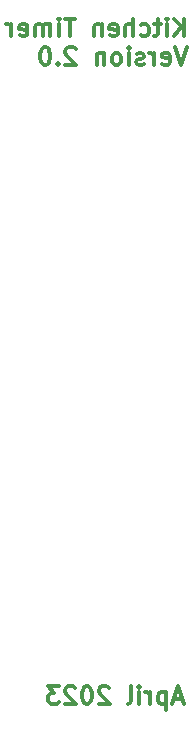
<source format=gbr>
%TF.GenerationSoftware,KiCad,Pcbnew,7.0.1*%
%TF.CreationDate,2023-04-05T01:24:12-06:00*%
%TF.ProjectId,ATMEGA_Kitchen_Timer,41544d45-4741-45f4-9b69-746368656e5f,rev?*%
%TF.SameCoordinates,Original*%
%TF.FileFunction,Legend,Bot*%
%TF.FilePolarity,Positive*%
%FSLAX46Y46*%
G04 Gerber Fmt 4.6, Leading zero omitted, Abs format (unit mm)*
G04 Created by KiCad (PCBNEW 7.0.1) date 2023-04-05 01:24:12*
%MOMM*%
%LPD*%
G01*
G04 APERTURE LIST*
%ADD10C,0.300000*%
G04 APERTURE END LIST*
D10*
X164488857Y-52250428D02*
X164488857Y-50750428D01*
X163631714Y-52250428D02*
X164274571Y-51393285D01*
X163631714Y-50750428D02*
X164488857Y-51607571D01*
X162988857Y-52250428D02*
X162988857Y-51250428D01*
X162988857Y-50750428D02*
X163060285Y-50821857D01*
X163060285Y-50821857D02*
X162988857Y-50893285D01*
X162988857Y-50893285D02*
X162917428Y-50821857D01*
X162917428Y-50821857D02*
X162988857Y-50750428D01*
X162988857Y-50750428D02*
X162988857Y-50893285D01*
X162488856Y-51250428D02*
X161917428Y-51250428D01*
X162274571Y-50750428D02*
X162274571Y-52036142D01*
X162274571Y-52036142D02*
X162203142Y-52179000D01*
X162203142Y-52179000D02*
X162060285Y-52250428D01*
X162060285Y-52250428D02*
X161917428Y-52250428D01*
X160774571Y-52179000D02*
X160917428Y-52250428D01*
X160917428Y-52250428D02*
X161203142Y-52250428D01*
X161203142Y-52250428D02*
X161345999Y-52179000D01*
X161345999Y-52179000D02*
X161417428Y-52107571D01*
X161417428Y-52107571D02*
X161488856Y-51964714D01*
X161488856Y-51964714D02*
X161488856Y-51536142D01*
X161488856Y-51536142D02*
X161417428Y-51393285D01*
X161417428Y-51393285D02*
X161345999Y-51321857D01*
X161345999Y-51321857D02*
X161203142Y-51250428D01*
X161203142Y-51250428D02*
X160917428Y-51250428D01*
X160917428Y-51250428D02*
X160774571Y-51321857D01*
X160131714Y-52250428D02*
X160131714Y-50750428D01*
X159488857Y-52250428D02*
X159488857Y-51464714D01*
X159488857Y-51464714D02*
X159560285Y-51321857D01*
X159560285Y-51321857D02*
X159703142Y-51250428D01*
X159703142Y-51250428D02*
X159917428Y-51250428D01*
X159917428Y-51250428D02*
X160060285Y-51321857D01*
X160060285Y-51321857D02*
X160131714Y-51393285D01*
X158203142Y-52179000D02*
X158345999Y-52250428D01*
X158345999Y-52250428D02*
X158631714Y-52250428D01*
X158631714Y-52250428D02*
X158774571Y-52179000D01*
X158774571Y-52179000D02*
X158845999Y-52036142D01*
X158845999Y-52036142D02*
X158845999Y-51464714D01*
X158845999Y-51464714D02*
X158774571Y-51321857D01*
X158774571Y-51321857D02*
X158631714Y-51250428D01*
X158631714Y-51250428D02*
X158345999Y-51250428D01*
X158345999Y-51250428D02*
X158203142Y-51321857D01*
X158203142Y-51321857D02*
X158131714Y-51464714D01*
X158131714Y-51464714D02*
X158131714Y-51607571D01*
X158131714Y-51607571D02*
X158845999Y-51750428D01*
X157488857Y-51250428D02*
X157488857Y-52250428D01*
X157488857Y-51393285D02*
X157417428Y-51321857D01*
X157417428Y-51321857D02*
X157274571Y-51250428D01*
X157274571Y-51250428D02*
X157060285Y-51250428D01*
X157060285Y-51250428D02*
X156917428Y-51321857D01*
X156917428Y-51321857D02*
X156846000Y-51464714D01*
X156846000Y-51464714D02*
X156846000Y-52250428D01*
X155203142Y-50750428D02*
X154346000Y-50750428D01*
X154774571Y-52250428D02*
X154774571Y-50750428D01*
X153846000Y-52250428D02*
X153846000Y-51250428D01*
X153846000Y-50750428D02*
X153917428Y-50821857D01*
X153917428Y-50821857D02*
X153846000Y-50893285D01*
X153846000Y-50893285D02*
X153774571Y-50821857D01*
X153774571Y-50821857D02*
X153846000Y-50750428D01*
X153846000Y-50750428D02*
X153846000Y-50893285D01*
X153131714Y-52250428D02*
X153131714Y-51250428D01*
X153131714Y-51393285D02*
X153060285Y-51321857D01*
X153060285Y-51321857D02*
X152917428Y-51250428D01*
X152917428Y-51250428D02*
X152703142Y-51250428D01*
X152703142Y-51250428D02*
X152560285Y-51321857D01*
X152560285Y-51321857D02*
X152488857Y-51464714D01*
X152488857Y-51464714D02*
X152488857Y-52250428D01*
X152488857Y-51464714D02*
X152417428Y-51321857D01*
X152417428Y-51321857D02*
X152274571Y-51250428D01*
X152274571Y-51250428D02*
X152060285Y-51250428D01*
X152060285Y-51250428D02*
X151917428Y-51321857D01*
X151917428Y-51321857D02*
X151845999Y-51464714D01*
X151845999Y-51464714D02*
X151845999Y-52250428D01*
X150560285Y-52179000D02*
X150703142Y-52250428D01*
X150703142Y-52250428D02*
X150988857Y-52250428D01*
X150988857Y-52250428D02*
X151131714Y-52179000D01*
X151131714Y-52179000D02*
X151203142Y-52036142D01*
X151203142Y-52036142D02*
X151203142Y-51464714D01*
X151203142Y-51464714D02*
X151131714Y-51321857D01*
X151131714Y-51321857D02*
X150988857Y-51250428D01*
X150988857Y-51250428D02*
X150703142Y-51250428D01*
X150703142Y-51250428D02*
X150560285Y-51321857D01*
X150560285Y-51321857D02*
X150488857Y-51464714D01*
X150488857Y-51464714D02*
X150488857Y-51607571D01*
X150488857Y-51607571D02*
X151203142Y-51750428D01*
X149846000Y-52250428D02*
X149846000Y-51250428D01*
X149846000Y-51536142D02*
X149774571Y-51393285D01*
X149774571Y-51393285D02*
X149703143Y-51321857D01*
X149703143Y-51321857D02*
X149560285Y-51250428D01*
X149560285Y-51250428D02*
X149417428Y-51250428D01*
X164703142Y-53180428D02*
X164203142Y-54680428D01*
X164203142Y-54680428D02*
X163703142Y-53180428D01*
X162631714Y-54609000D02*
X162774571Y-54680428D01*
X162774571Y-54680428D02*
X163060286Y-54680428D01*
X163060286Y-54680428D02*
X163203143Y-54609000D01*
X163203143Y-54609000D02*
X163274571Y-54466142D01*
X163274571Y-54466142D02*
X163274571Y-53894714D01*
X163274571Y-53894714D02*
X163203143Y-53751857D01*
X163203143Y-53751857D02*
X163060286Y-53680428D01*
X163060286Y-53680428D02*
X162774571Y-53680428D01*
X162774571Y-53680428D02*
X162631714Y-53751857D01*
X162631714Y-53751857D02*
X162560286Y-53894714D01*
X162560286Y-53894714D02*
X162560286Y-54037571D01*
X162560286Y-54037571D02*
X163274571Y-54180428D01*
X161917429Y-54680428D02*
X161917429Y-53680428D01*
X161917429Y-53966142D02*
X161846000Y-53823285D01*
X161846000Y-53823285D02*
X161774572Y-53751857D01*
X161774572Y-53751857D02*
X161631714Y-53680428D01*
X161631714Y-53680428D02*
X161488857Y-53680428D01*
X161060286Y-54609000D02*
X160917429Y-54680428D01*
X160917429Y-54680428D02*
X160631715Y-54680428D01*
X160631715Y-54680428D02*
X160488858Y-54609000D01*
X160488858Y-54609000D02*
X160417429Y-54466142D01*
X160417429Y-54466142D02*
X160417429Y-54394714D01*
X160417429Y-54394714D02*
X160488858Y-54251857D01*
X160488858Y-54251857D02*
X160631715Y-54180428D01*
X160631715Y-54180428D02*
X160846001Y-54180428D01*
X160846001Y-54180428D02*
X160988858Y-54109000D01*
X160988858Y-54109000D02*
X161060286Y-53966142D01*
X161060286Y-53966142D02*
X161060286Y-53894714D01*
X161060286Y-53894714D02*
X160988858Y-53751857D01*
X160988858Y-53751857D02*
X160846001Y-53680428D01*
X160846001Y-53680428D02*
X160631715Y-53680428D01*
X160631715Y-53680428D02*
X160488858Y-53751857D01*
X159774572Y-54680428D02*
X159774572Y-53680428D01*
X159774572Y-53180428D02*
X159846000Y-53251857D01*
X159846000Y-53251857D02*
X159774572Y-53323285D01*
X159774572Y-53323285D02*
X159703143Y-53251857D01*
X159703143Y-53251857D02*
X159774572Y-53180428D01*
X159774572Y-53180428D02*
X159774572Y-53323285D01*
X158846000Y-54680428D02*
X158988857Y-54609000D01*
X158988857Y-54609000D02*
X159060286Y-54537571D01*
X159060286Y-54537571D02*
X159131714Y-54394714D01*
X159131714Y-54394714D02*
X159131714Y-53966142D01*
X159131714Y-53966142D02*
X159060286Y-53823285D01*
X159060286Y-53823285D02*
X158988857Y-53751857D01*
X158988857Y-53751857D02*
X158846000Y-53680428D01*
X158846000Y-53680428D02*
X158631714Y-53680428D01*
X158631714Y-53680428D02*
X158488857Y-53751857D01*
X158488857Y-53751857D02*
X158417429Y-53823285D01*
X158417429Y-53823285D02*
X158346000Y-53966142D01*
X158346000Y-53966142D02*
X158346000Y-54394714D01*
X158346000Y-54394714D02*
X158417429Y-54537571D01*
X158417429Y-54537571D02*
X158488857Y-54609000D01*
X158488857Y-54609000D02*
X158631714Y-54680428D01*
X158631714Y-54680428D02*
X158846000Y-54680428D01*
X157703143Y-53680428D02*
X157703143Y-54680428D01*
X157703143Y-53823285D02*
X157631714Y-53751857D01*
X157631714Y-53751857D02*
X157488857Y-53680428D01*
X157488857Y-53680428D02*
X157274571Y-53680428D01*
X157274571Y-53680428D02*
X157131714Y-53751857D01*
X157131714Y-53751857D02*
X157060286Y-53894714D01*
X157060286Y-53894714D02*
X157060286Y-54680428D01*
X155274571Y-53323285D02*
X155203143Y-53251857D01*
X155203143Y-53251857D02*
X155060286Y-53180428D01*
X155060286Y-53180428D02*
X154703143Y-53180428D01*
X154703143Y-53180428D02*
X154560286Y-53251857D01*
X154560286Y-53251857D02*
X154488857Y-53323285D01*
X154488857Y-53323285D02*
X154417428Y-53466142D01*
X154417428Y-53466142D02*
X154417428Y-53609000D01*
X154417428Y-53609000D02*
X154488857Y-53823285D01*
X154488857Y-53823285D02*
X155346000Y-54680428D01*
X155346000Y-54680428D02*
X154417428Y-54680428D01*
X153774572Y-54537571D02*
X153703143Y-54609000D01*
X153703143Y-54609000D02*
X153774572Y-54680428D01*
X153774572Y-54680428D02*
X153846000Y-54609000D01*
X153846000Y-54609000D02*
X153774572Y-54537571D01*
X153774572Y-54537571D02*
X153774572Y-54680428D01*
X152774571Y-53180428D02*
X152631714Y-53180428D01*
X152631714Y-53180428D02*
X152488857Y-53251857D01*
X152488857Y-53251857D02*
X152417429Y-53323285D01*
X152417429Y-53323285D02*
X152346000Y-53466142D01*
X152346000Y-53466142D02*
X152274571Y-53751857D01*
X152274571Y-53751857D02*
X152274571Y-54109000D01*
X152274571Y-54109000D02*
X152346000Y-54394714D01*
X152346000Y-54394714D02*
X152417429Y-54537571D01*
X152417429Y-54537571D02*
X152488857Y-54609000D01*
X152488857Y-54609000D02*
X152631714Y-54680428D01*
X152631714Y-54680428D02*
X152774571Y-54680428D01*
X152774571Y-54680428D02*
X152917429Y-54609000D01*
X152917429Y-54609000D02*
X152988857Y-54537571D01*
X152988857Y-54537571D02*
X153060286Y-54394714D01*
X153060286Y-54394714D02*
X153131714Y-54109000D01*
X153131714Y-54109000D02*
X153131714Y-53751857D01*
X153131714Y-53751857D02*
X153060286Y-53466142D01*
X153060286Y-53466142D02*
X152988857Y-53323285D01*
X152988857Y-53323285D02*
X152917429Y-53251857D01*
X152917429Y-53251857D02*
X152774571Y-53180428D01*
X164306285Y-108353857D02*
X163592000Y-108353857D01*
X164449142Y-108782428D02*
X163949142Y-107282428D01*
X163949142Y-107282428D02*
X163449142Y-108782428D01*
X162949143Y-107782428D02*
X162949143Y-109282428D01*
X162949143Y-107853857D02*
X162806286Y-107782428D01*
X162806286Y-107782428D02*
X162520571Y-107782428D01*
X162520571Y-107782428D02*
X162377714Y-107853857D01*
X162377714Y-107853857D02*
X162306286Y-107925285D01*
X162306286Y-107925285D02*
X162234857Y-108068142D01*
X162234857Y-108068142D02*
X162234857Y-108496714D01*
X162234857Y-108496714D02*
X162306286Y-108639571D01*
X162306286Y-108639571D02*
X162377714Y-108711000D01*
X162377714Y-108711000D02*
X162520571Y-108782428D01*
X162520571Y-108782428D02*
X162806286Y-108782428D01*
X162806286Y-108782428D02*
X162949143Y-108711000D01*
X161592000Y-108782428D02*
X161592000Y-107782428D01*
X161592000Y-108068142D02*
X161520571Y-107925285D01*
X161520571Y-107925285D02*
X161449143Y-107853857D01*
X161449143Y-107853857D02*
X161306285Y-107782428D01*
X161306285Y-107782428D02*
X161163428Y-107782428D01*
X160663429Y-108782428D02*
X160663429Y-107782428D01*
X160663429Y-107282428D02*
X160734857Y-107353857D01*
X160734857Y-107353857D02*
X160663429Y-107425285D01*
X160663429Y-107425285D02*
X160592000Y-107353857D01*
X160592000Y-107353857D02*
X160663429Y-107282428D01*
X160663429Y-107282428D02*
X160663429Y-107425285D01*
X159734857Y-108782428D02*
X159877714Y-108711000D01*
X159877714Y-108711000D02*
X159949143Y-108568142D01*
X159949143Y-108568142D02*
X159949143Y-107282428D01*
X158092000Y-107425285D02*
X158020572Y-107353857D01*
X158020572Y-107353857D02*
X157877715Y-107282428D01*
X157877715Y-107282428D02*
X157520572Y-107282428D01*
X157520572Y-107282428D02*
X157377715Y-107353857D01*
X157377715Y-107353857D02*
X157306286Y-107425285D01*
X157306286Y-107425285D02*
X157234857Y-107568142D01*
X157234857Y-107568142D02*
X157234857Y-107711000D01*
X157234857Y-107711000D02*
X157306286Y-107925285D01*
X157306286Y-107925285D02*
X158163429Y-108782428D01*
X158163429Y-108782428D02*
X157234857Y-108782428D01*
X156306286Y-107282428D02*
X156163429Y-107282428D01*
X156163429Y-107282428D02*
X156020572Y-107353857D01*
X156020572Y-107353857D02*
X155949144Y-107425285D01*
X155949144Y-107425285D02*
X155877715Y-107568142D01*
X155877715Y-107568142D02*
X155806286Y-107853857D01*
X155806286Y-107853857D02*
X155806286Y-108211000D01*
X155806286Y-108211000D02*
X155877715Y-108496714D01*
X155877715Y-108496714D02*
X155949144Y-108639571D01*
X155949144Y-108639571D02*
X156020572Y-108711000D01*
X156020572Y-108711000D02*
X156163429Y-108782428D01*
X156163429Y-108782428D02*
X156306286Y-108782428D01*
X156306286Y-108782428D02*
X156449144Y-108711000D01*
X156449144Y-108711000D02*
X156520572Y-108639571D01*
X156520572Y-108639571D02*
X156592001Y-108496714D01*
X156592001Y-108496714D02*
X156663429Y-108211000D01*
X156663429Y-108211000D02*
X156663429Y-107853857D01*
X156663429Y-107853857D02*
X156592001Y-107568142D01*
X156592001Y-107568142D02*
X156520572Y-107425285D01*
X156520572Y-107425285D02*
X156449144Y-107353857D01*
X156449144Y-107353857D02*
X156306286Y-107282428D01*
X155234858Y-107425285D02*
X155163430Y-107353857D01*
X155163430Y-107353857D02*
X155020573Y-107282428D01*
X155020573Y-107282428D02*
X154663430Y-107282428D01*
X154663430Y-107282428D02*
X154520573Y-107353857D01*
X154520573Y-107353857D02*
X154449144Y-107425285D01*
X154449144Y-107425285D02*
X154377715Y-107568142D01*
X154377715Y-107568142D02*
X154377715Y-107711000D01*
X154377715Y-107711000D02*
X154449144Y-107925285D01*
X154449144Y-107925285D02*
X155306287Y-108782428D01*
X155306287Y-108782428D02*
X154377715Y-108782428D01*
X153877716Y-107282428D02*
X152949144Y-107282428D01*
X152949144Y-107282428D02*
X153449144Y-107853857D01*
X153449144Y-107853857D02*
X153234859Y-107853857D01*
X153234859Y-107853857D02*
X153092002Y-107925285D01*
X153092002Y-107925285D02*
X153020573Y-107996714D01*
X153020573Y-107996714D02*
X152949144Y-108139571D01*
X152949144Y-108139571D02*
X152949144Y-108496714D01*
X152949144Y-108496714D02*
X153020573Y-108639571D01*
X153020573Y-108639571D02*
X153092002Y-108711000D01*
X153092002Y-108711000D02*
X153234859Y-108782428D01*
X153234859Y-108782428D02*
X153663430Y-108782428D01*
X153663430Y-108782428D02*
X153806287Y-108711000D01*
X153806287Y-108711000D02*
X153877716Y-108639571D01*
M02*

</source>
